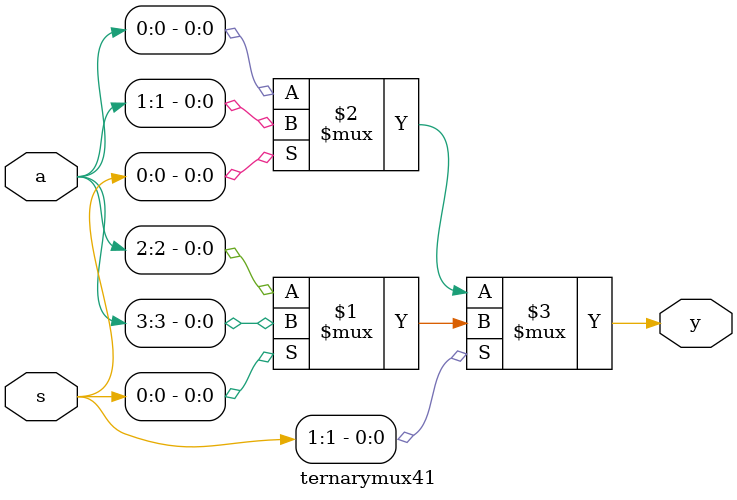
<source format=v>
module ternarymux41(input [3:0] a,
                    input [1:0] s,
                    output y);

    assign y = s[1] ? (s[0] ? a[3] : a[2]) : (s[0] ? a[1] : a[0]);

endmodule
</source>
